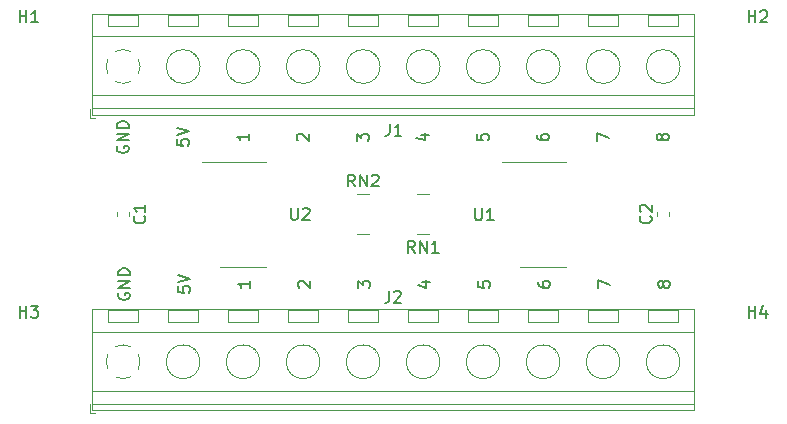
<source format=gbr>
G04 #@! TF.GenerationSoftware,KiCad,Pcbnew,(5.1.5)-3*
G04 #@! TF.CreationDate,2020-08-30T12:24:17-07:00*
G04 #@! TF.ProjectId,comparator,636f6d70-6172-4617-946f-722e6b696361,rev?*
G04 #@! TF.SameCoordinates,Original*
G04 #@! TF.FileFunction,Legend,Top*
G04 #@! TF.FilePolarity,Positive*
%FSLAX46Y46*%
G04 Gerber Fmt 4.6, Leading zero omitted, Abs format (unit mm)*
G04 Created by KiCad (PCBNEW (5.1.5)-3) date 2020-08-30 12:24:17*
%MOMM*%
%LPD*%
G04 APERTURE LIST*
%ADD10C,0.120000*%
%ADD11C,0.150000*%
G04 APERTURE END LIST*
D10*
X100510000Y-112337221D02*
X100510000Y-112662779D01*
X99490000Y-112337221D02*
X99490000Y-112662779D01*
X146230000Y-112662779D02*
X146230000Y-112337221D01*
X145210000Y-112662779D02*
X145210000Y-112337221D01*
X100626871Y-101285275D02*
G75*
G02X100000000Y-101430000I-626871J1285275D01*
G01*
X101285824Y-99372638D02*
G75*
G02X101286000Y-100627000I-1285824J-627362D01*
G01*
X99372638Y-98714176D02*
G75*
G02X100627000Y-98714000I627362J-1285824D01*
G01*
X98713389Y-100626746D02*
G75*
G02X98714000Y-99372000I1286611J626746D01*
G01*
X100024280Y-101430940D02*
G75*
G02X99372000Y-101286000I-24280J1430940D01*
G01*
X106510000Y-100000000D02*
G75*
G03X106510000Y-100000000I-1430000J0D01*
G01*
X111590000Y-100000000D02*
G75*
G03X111590000Y-100000000I-1430000J0D01*
G01*
X116670000Y-100000000D02*
G75*
G03X116670000Y-100000000I-1430000J0D01*
G01*
X121750000Y-100000000D02*
G75*
G03X121750000Y-100000000I-1430000J0D01*
G01*
X126830000Y-100000000D02*
G75*
G03X126830000Y-100000000I-1430000J0D01*
G01*
X131910000Y-100000000D02*
G75*
G03X131910000Y-100000000I-1430000J0D01*
G01*
X136990000Y-100000000D02*
G75*
G03X136990000Y-100000000I-1430000J0D01*
G01*
X142070000Y-100000000D02*
G75*
G03X142070000Y-100000000I-1430000J0D01*
G01*
X147150000Y-100000000D02*
G75*
G03X147150000Y-100000000I-1430000J0D01*
G01*
X97400000Y-103550000D02*
X148320000Y-103550000D01*
X97400000Y-102450000D02*
X148320000Y-102450000D01*
X97400000Y-97450000D02*
X148320000Y-97450000D01*
X97400000Y-95540000D02*
X148320000Y-95540000D01*
X97400000Y-104110000D02*
X148320000Y-104110000D01*
X97400000Y-95540000D02*
X97400000Y-104110000D01*
X148320000Y-95540000D02*
X148320000Y-104110000D01*
X98750000Y-95600000D02*
X101250000Y-95600000D01*
X98750000Y-96600000D02*
X101250000Y-96600000D01*
X98750000Y-95600000D02*
X98750000Y-96600000D01*
X101250000Y-95600000D02*
X101250000Y-96600000D01*
X106165000Y-99090000D02*
X106105000Y-99149000D01*
X104210000Y-101045000D02*
X104170000Y-101085000D01*
X105991000Y-98915000D02*
X105951000Y-98955000D01*
X104056000Y-100850000D02*
X103996000Y-100910000D01*
X103830000Y-95600000D02*
X106330000Y-95600000D01*
X103830000Y-96600000D02*
X106330000Y-96600000D01*
X103830000Y-95600000D02*
X103830000Y-96600000D01*
X106330000Y-95600000D02*
X106330000Y-96600000D01*
X111245000Y-99090000D02*
X111185000Y-99149000D01*
X109290000Y-101045000D02*
X109250000Y-101085000D01*
X111071000Y-98915000D02*
X111031000Y-98955000D01*
X109136000Y-100850000D02*
X109076000Y-100910000D01*
X108910000Y-95600000D02*
X111410000Y-95600000D01*
X108910000Y-96600000D02*
X111410000Y-96600000D01*
X108910000Y-95600000D02*
X108910000Y-96600000D01*
X111410000Y-95600000D02*
X111410000Y-96600000D01*
X116325000Y-99090000D02*
X116265000Y-99149000D01*
X114370000Y-101045000D02*
X114330000Y-101085000D01*
X116151000Y-98915000D02*
X116111000Y-98955000D01*
X114216000Y-100850000D02*
X114156000Y-100910000D01*
X113990000Y-95600000D02*
X116490000Y-95600000D01*
X113990000Y-96600000D02*
X116490000Y-96600000D01*
X113990000Y-95600000D02*
X113990000Y-96600000D01*
X116490000Y-95600000D02*
X116490000Y-96600000D01*
X121405000Y-99090000D02*
X121345000Y-99149000D01*
X119450000Y-101045000D02*
X119410000Y-101085000D01*
X121231000Y-98915000D02*
X121191000Y-98955000D01*
X119296000Y-100850000D02*
X119236000Y-100910000D01*
X119070000Y-95600000D02*
X121570000Y-95600000D01*
X119070000Y-96600000D02*
X121570000Y-96600000D01*
X119070000Y-95600000D02*
X119070000Y-96600000D01*
X121570000Y-95600000D02*
X121570000Y-96600000D01*
X126485000Y-99090000D02*
X126425000Y-99149000D01*
X124530000Y-101045000D02*
X124490000Y-101085000D01*
X126311000Y-98915000D02*
X126271000Y-98955000D01*
X124376000Y-100850000D02*
X124316000Y-100910000D01*
X124150000Y-95600000D02*
X126650000Y-95600000D01*
X124150000Y-96600000D02*
X126650000Y-96600000D01*
X124150000Y-95600000D02*
X124150000Y-96600000D01*
X126650000Y-95600000D02*
X126650000Y-96600000D01*
X131565000Y-99090000D02*
X131505000Y-99149000D01*
X129610000Y-101045000D02*
X129570000Y-101085000D01*
X131391000Y-98915000D02*
X131351000Y-98955000D01*
X129456000Y-100850000D02*
X129396000Y-100910000D01*
X129230000Y-95600000D02*
X131730000Y-95600000D01*
X129230000Y-96600000D02*
X131730000Y-96600000D01*
X129230000Y-95600000D02*
X129230000Y-96600000D01*
X131730000Y-95600000D02*
X131730000Y-96600000D01*
X136645000Y-99090000D02*
X136585000Y-99149000D01*
X134690000Y-101045000D02*
X134650000Y-101085000D01*
X136471000Y-98915000D02*
X136431000Y-98955000D01*
X134536000Y-100850000D02*
X134476000Y-100910000D01*
X134310000Y-95600000D02*
X136810000Y-95600000D01*
X134310000Y-96600000D02*
X136810000Y-96600000D01*
X134310000Y-95600000D02*
X134310000Y-96600000D01*
X136810000Y-95600000D02*
X136810000Y-96600000D01*
X141725000Y-99090000D02*
X141665000Y-99149000D01*
X139770000Y-101045000D02*
X139730000Y-101085000D01*
X141551000Y-98915000D02*
X141511000Y-98955000D01*
X139616000Y-100850000D02*
X139556000Y-100910000D01*
X139390000Y-95600000D02*
X141890000Y-95600000D01*
X139390000Y-96600000D02*
X141890000Y-96600000D01*
X139390000Y-95600000D02*
X139390000Y-96600000D01*
X141890000Y-95600000D02*
X141890000Y-96600000D01*
X146805000Y-99090000D02*
X146745000Y-99149000D01*
X144850000Y-101045000D02*
X144810000Y-101085000D01*
X146631000Y-98915000D02*
X146591000Y-98955000D01*
X144696000Y-100850000D02*
X144636000Y-100910000D01*
X144470000Y-95600000D02*
X146970000Y-95600000D01*
X144470000Y-96600000D02*
X146970000Y-96600000D01*
X144470000Y-95600000D02*
X144470000Y-96600000D01*
X146970000Y-95600000D02*
X146970000Y-96600000D01*
X97160000Y-103610000D02*
X97160000Y-104350000D01*
X97160000Y-104350000D02*
X97660000Y-104350000D01*
X97160000Y-129350000D02*
X97660000Y-129350000D01*
X97160000Y-128610000D02*
X97160000Y-129350000D01*
X146970000Y-120600000D02*
X146970000Y-121600000D01*
X144470000Y-120600000D02*
X144470000Y-121600000D01*
X144470000Y-121600000D02*
X146970000Y-121600000D01*
X144470000Y-120600000D02*
X146970000Y-120600000D01*
X144696000Y-125850000D02*
X144636000Y-125910000D01*
X146631000Y-123915000D02*
X146591000Y-123955000D01*
X144850000Y-126045000D02*
X144810000Y-126085000D01*
X146805000Y-124090000D02*
X146745000Y-124149000D01*
X141890000Y-120600000D02*
X141890000Y-121600000D01*
X139390000Y-120600000D02*
X139390000Y-121600000D01*
X139390000Y-121600000D02*
X141890000Y-121600000D01*
X139390000Y-120600000D02*
X141890000Y-120600000D01*
X139616000Y-125850000D02*
X139556000Y-125910000D01*
X141551000Y-123915000D02*
X141511000Y-123955000D01*
X139770000Y-126045000D02*
X139730000Y-126085000D01*
X141725000Y-124090000D02*
X141665000Y-124149000D01*
X136810000Y-120600000D02*
X136810000Y-121600000D01*
X134310000Y-120600000D02*
X134310000Y-121600000D01*
X134310000Y-121600000D02*
X136810000Y-121600000D01*
X134310000Y-120600000D02*
X136810000Y-120600000D01*
X134536000Y-125850000D02*
X134476000Y-125910000D01*
X136471000Y-123915000D02*
X136431000Y-123955000D01*
X134690000Y-126045000D02*
X134650000Y-126085000D01*
X136645000Y-124090000D02*
X136585000Y-124149000D01*
X131730000Y-120600000D02*
X131730000Y-121600000D01*
X129230000Y-120600000D02*
X129230000Y-121600000D01*
X129230000Y-121600000D02*
X131730000Y-121600000D01*
X129230000Y-120600000D02*
X131730000Y-120600000D01*
X129456000Y-125850000D02*
X129396000Y-125910000D01*
X131391000Y-123915000D02*
X131351000Y-123955000D01*
X129610000Y-126045000D02*
X129570000Y-126085000D01*
X131565000Y-124090000D02*
X131505000Y-124149000D01*
X126650000Y-120600000D02*
X126650000Y-121600000D01*
X124150000Y-120600000D02*
X124150000Y-121600000D01*
X124150000Y-121600000D02*
X126650000Y-121600000D01*
X124150000Y-120600000D02*
X126650000Y-120600000D01*
X124376000Y-125850000D02*
X124316000Y-125910000D01*
X126311000Y-123915000D02*
X126271000Y-123955000D01*
X124530000Y-126045000D02*
X124490000Y-126085000D01*
X126485000Y-124090000D02*
X126425000Y-124149000D01*
X121570000Y-120600000D02*
X121570000Y-121600000D01*
X119070000Y-120600000D02*
X119070000Y-121600000D01*
X119070000Y-121600000D02*
X121570000Y-121600000D01*
X119070000Y-120600000D02*
X121570000Y-120600000D01*
X119296000Y-125850000D02*
X119236000Y-125910000D01*
X121231000Y-123915000D02*
X121191000Y-123955000D01*
X119450000Y-126045000D02*
X119410000Y-126085000D01*
X121405000Y-124090000D02*
X121345000Y-124149000D01*
X116490000Y-120600000D02*
X116490000Y-121600000D01*
X113990000Y-120600000D02*
X113990000Y-121600000D01*
X113990000Y-121600000D02*
X116490000Y-121600000D01*
X113990000Y-120600000D02*
X116490000Y-120600000D01*
X114216000Y-125850000D02*
X114156000Y-125910000D01*
X116151000Y-123915000D02*
X116111000Y-123955000D01*
X114370000Y-126045000D02*
X114330000Y-126085000D01*
X116325000Y-124090000D02*
X116265000Y-124149000D01*
X111410000Y-120600000D02*
X111410000Y-121600000D01*
X108910000Y-120600000D02*
X108910000Y-121600000D01*
X108910000Y-121600000D02*
X111410000Y-121600000D01*
X108910000Y-120600000D02*
X111410000Y-120600000D01*
X109136000Y-125850000D02*
X109076000Y-125910000D01*
X111071000Y-123915000D02*
X111031000Y-123955000D01*
X109290000Y-126045000D02*
X109250000Y-126085000D01*
X111245000Y-124090000D02*
X111185000Y-124149000D01*
X106330000Y-120600000D02*
X106330000Y-121600000D01*
X103830000Y-120600000D02*
X103830000Y-121600000D01*
X103830000Y-121600000D02*
X106330000Y-121600000D01*
X103830000Y-120600000D02*
X106330000Y-120600000D01*
X104056000Y-125850000D02*
X103996000Y-125910000D01*
X105991000Y-123915000D02*
X105951000Y-123955000D01*
X104210000Y-126045000D02*
X104170000Y-126085000D01*
X106165000Y-124090000D02*
X106105000Y-124149000D01*
X101250000Y-120600000D02*
X101250000Y-121600000D01*
X98750000Y-120600000D02*
X98750000Y-121600000D01*
X98750000Y-121600000D02*
X101250000Y-121600000D01*
X98750000Y-120600000D02*
X101250000Y-120600000D01*
X148320000Y-120540000D02*
X148320000Y-129110000D01*
X97400000Y-120540000D02*
X97400000Y-129110000D01*
X97400000Y-129110000D02*
X148320000Y-129110000D01*
X97400000Y-120540000D02*
X148320000Y-120540000D01*
X97400000Y-122450000D02*
X148320000Y-122450000D01*
X97400000Y-127450000D02*
X148320000Y-127450000D01*
X97400000Y-128550000D02*
X148320000Y-128550000D01*
X147150000Y-125000000D02*
G75*
G03X147150000Y-125000000I-1430000J0D01*
G01*
X142070000Y-125000000D02*
G75*
G03X142070000Y-125000000I-1430000J0D01*
G01*
X136990000Y-125000000D02*
G75*
G03X136990000Y-125000000I-1430000J0D01*
G01*
X131910000Y-125000000D02*
G75*
G03X131910000Y-125000000I-1430000J0D01*
G01*
X126830000Y-125000000D02*
G75*
G03X126830000Y-125000000I-1430000J0D01*
G01*
X121750000Y-125000000D02*
G75*
G03X121750000Y-125000000I-1430000J0D01*
G01*
X116670000Y-125000000D02*
G75*
G03X116670000Y-125000000I-1430000J0D01*
G01*
X111590000Y-125000000D02*
G75*
G03X111590000Y-125000000I-1430000J0D01*
G01*
X106510000Y-125000000D02*
G75*
G03X106510000Y-125000000I-1430000J0D01*
G01*
X100024280Y-126430940D02*
G75*
G02X99372000Y-126286000I-24280J1430940D01*
G01*
X98713389Y-125626746D02*
G75*
G02X98714000Y-124372000I1286611J626746D01*
G01*
X99372638Y-123714176D02*
G75*
G02X100627000Y-123714000I627362J-1285824D01*
G01*
X101285824Y-124372638D02*
G75*
G02X101286000Y-125627000I-1285824J-627362D01*
G01*
X100626871Y-126285275D02*
G75*
G02X100000000Y-126430000I-626871J1285275D01*
G01*
X124900000Y-110820000D02*
X125900000Y-110820000D01*
X124900000Y-114180000D02*
X125900000Y-114180000D01*
X120820000Y-110820000D02*
X119820000Y-110820000D01*
X120820000Y-114180000D02*
X119820000Y-114180000D01*
X135560000Y-116935000D02*
X137510000Y-116935000D01*
X135560000Y-116935000D02*
X133610000Y-116935000D01*
X135560000Y-108065000D02*
X137510000Y-108065000D01*
X135560000Y-108065000D02*
X132110000Y-108065000D01*
X110160000Y-108065000D02*
X106710000Y-108065000D01*
X110160000Y-108065000D02*
X112110000Y-108065000D01*
X110160000Y-116935000D02*
X108210000Y-116935000D01*
X110160000Y-116935000D02*
X112110000Y-116935000D01*
D11*
X130052380Y-118186904D02*
X130052380Y-118663095D01*
X130528571Y-118710714D01*
X130480952Y-118663095D01*
X130433333Y-118567857D01*
X130433333Y-118329761D01*
X130480952Y-118234523D01*
X130528571Y-118186904D01*
X130623809Y-118139285D01*
X130861904Y-118139285D01*
X130957142Y-118186904D01*
X131004761Y-118234523D01*
X131052380Y-118329761D01*
X131052380Y-118567857D01*
X131004761Y-118663095D01*
X130957142Y-118710714D01*
X145720952Y-118520238D02*
X145673333Y-118615476D01*
X145625714Y-118663095D01*
X145530476Y-118710714D01*
X145482857Y-118710714D01*
X145387619Y-118663095D01*
X145340000Y-118615476D01*
X145292380Y-118520238D01*
X145292380Y-118329761D01*
X145340000Y-118234523D01*
X145387619Y-118186904D01*
X145482857Y-118139285D01*
X145530476Y-118139285D01*
X145625714Y-118186904D01*
X145673333Y-118234523D01*
X145720952Y-118329761D01*
X145720952Y-118520238D01*
X145768571Y-118615476D01*
X145816190Y-118663095D01*
X145911428Y-118710714D01*
X146101904Y-118710714D01*
X146197142Y-118663095D01*
X146244761Y-118615476D01*
X146292380Y-118520238D01*
X146292380Y-118329761D01*
X146244761Y-118234523D01*
X146197142Y-118186904D01*
X146101904Y-118139285D01*
X145911428Y-118139285D01*
X145816190Y-118186904D01*
X145768571Y-118234523D01*
X145720952Y-118329761D01*
X140212380Y-118758333D02*
X140212380Y-118091666D01*
X141212380Y-118520238D01*
X135132380Y-118234523D02*
X135132380Y-118425000D01*
X135180000Y-118520238D01*
X135227619Y-118567857D01*
X135370476Y-118663095D01*
X135560952Y-118710714D01*
X135941904Y-118710714D01*
X136037142Y-118663095D01*
X136084761Y-118615476D01*
X136132380Y-118520238D01*
X136132380Y-118329761D01*
X136084761Y-118234523D01*
X136037142Y-118186904D01*
X135941904Y-118139285D01*
X135703809Y-118139285D01*
X135608571Y-118186904D01*
X135560952Y-118234523D01*
X135513333Y-118329761D01*
X135513333Y-118520238D01*
X135560952Y-118615476D01*
X135608571Y-118663095D01*
X135703809Y-118710714D01*
X125305714Y-118234523D02*
X125972380Y-118234523D01*
X124924761Y-118472619D02*
X125639047Y-118710714D01*
X125639047Y-118091666D01*
X119892380Y-118758333D02*
X119892380Y-118139285D01*
X120273333Y-118472619D01*
X120273333Y-118329761D01*
X120320952Y-118234523D01*
X120368571Y-118186904D01*
X120463809Y-118139285D01*
X120701904Y-118139285D01*
X120797142Y-118186904D01*
X120844761Y-118234523D01*
X120892380Y-118329761D01*
X120892380Y-118615476D01*
X120844761Y-118710714D01*
X120797142Y-118758333D01*
X114907619Y-118710714D02*
X114860000Y-118663095D01*
X114812380Y-118567857D01*
X114812380Y-118329761D01*
X114860000Y-118234523D01*
X114907619Y-118186904D01*
X115002857Y-118139285D01*
X115098095Y-118139285D01*
X115240952Y-118186904D01*
X115812380Y-118758333D01*
X115812380Y-118139285D01*
X110732380Y-118139285D02*
X110732380Y-118710714D01*
X110732380Y-118425000D02*
X109732380Y-118425000D01*
X109875238Y-118520238D01*
X109970476Y-118615476D01*
X110018095Y-118710714D01*
X104652380Y-118615476D02*
X104652380Y-119091666D01*
X105128571Y-119139285D01*
X105080952Y-119091666D01*
X105033333Y-118996428D01*
X105033333Y-118758333D01*
X105080952Y-118663095D01*
X105128571Y-118615476D01*
X105223809Y-118567857D01*
X105461904Y-118567857D01*
X105557142Y-118615476D01*
X105604761Y-118663095D01*
X105652380Y-118758333D01*
X105652380Y-118996428D01*
X105604761Y-119091666D01*
X105557142Y-119139285D01*
X104652380Y-118282142D02*
X105652380Y-117948809D01*
X104652380Y-117615476D01*
X99620000Y-119186904D02*
X99572380Y-119282142D01*
X99572380Y-119425000D01*
X99620000Y-119567857D01*
X99715238Y-119663095D01*
X99810476Y-119710714D01*
X100000952Y-119758333D01*
X100143809Y-119758333D01*
X100334285Y-119710714D01*
X100429523Y-119663095D01*
X100524761Y-119567857D01*
X100572380Y-119425000D01*
X100572380Y-119329761D01*
X100524761Y-119186904D01*
X100477142Y-119139285D01*
X100143809Y-119139285D01*
X100143809Y-119329761D01*
X100572380Y-118710714D02*
X99572380Y-118710714D01*
X100572380Y-118139285D01*
X99572380Y-118139285D01*
X100572380Y-117663095D02*
X99572380Y-117663095D01*
X99572380Y-117425000D01*
X99620000Y-117282142D01*
X99715238Y-117186904D01*
X99810476Y-117139285D01*
X100000952Y-117091666D01*
X100143809Y-117091666D01*
X100334285Y-117139285D01*
X100429523Y-117186904D01*
X100524761Y-117282142D01*
X100572380Y-117425000D01*
X100572380Y-117663095D01*
X129952380Y-105736904D02*
X129952380Y-106213095D01*
X130428571Y-106260714D01*
X130380952Y-106213095D01*
X130333333Y-106117857D01*
X130333333Y-105879761D01*
X130380952Y-105784523D01*
X130428571Y-105736904D01*
X130523809Y-105689285D01*
X130761904Y-105689285D01*
X130857142Y-105736904D01*
X130904761Y-105784523D01*
X130952380Y-105879761D01*
X130952380Y-106117857D01*
X130904761Y-106213095D01*
X130857142Y-106260714D01*
X145620952Y-106070238D02*
X145573333Y-106165476D01*
X145525714Y-106213095D01*
X145430476Y-106260714D01*
X145382857Y-106260714D01*
X145287619Y-106213095D01*
X145240000Y-106165476D01*
X145192380Y-106070238D01*
X145192380Y-105879761D01*
X145240000Y-105784523D01*
X145287619Y-105736904D01*
X145382857Y-105689285D01*
X145430476Y-105689285D01*
X145525714Y-105736904D01*
X145573333Y-105784523D01*
X145620952Y-105879761D01*
X145620952Y-106070238D01*
X145668571Y-106165476D01*
X145716190Y-106213095D01*
X145811428Y-106260714D01*
X146001904Y-106260714D01*
X146097142Y-106213095D01*
X146144761Y-106165476D01*
X146192380Y-106070238D01*
X146192380Y-105879761D01*
X146144761Y-105784523D01*
X146097142Y-105736904D01*
X146001904Y-105689285D01*
X145811428Y-105689285D01*
X145716190Y-105736904D01*
X145668571Y-105784523D01*
X145620952Y-105879761D01*
X140112380Y-106308333D02*
X140112380Y-105641666D01*
X141112380Y-106070238D01*
X135032380Y-105784523D02*
X135032380Y-105975000D01*
X135080000Y-106070238D01*
X135127619Y-106117857D01*
X135270476Y-106213095D01*
X135460952Y-106260714D01*
X135841904Y-106260714D01*
X135937142Y-106213095D01*
X135984761Y-106165476D01*
X136032380Y-106070238D01*
X136032380Y-105879761D01*
X135984761Y-105784523D01*
X135937142Y-105736904D01*
X135841904Y-105689285D01*
X135603809Y-105689285D01*
X135508571Y-105736904D01*
X135460952Y-105784523D01*
X135413333Y-105879761D01*
X135413333Y-106070238D01*
X135460952Y-106165476D01*
X135508571Y-106213095D01*
X135603809Y-106260714D01*
X125205714Y-105784523D02*
X125872380Y-105784523D01*
X124824761Y-106022619D02*
X125539047Y-106260714D01*
X125539047Y-105641666D01*
X119792380Y-106308333D02*
X119792380Y-105689285D01*
X120173333Y-106022619D01*
X120173333Y-105879761D01*
X120220952Y-105784523D01*
X120268571Y-105736904D01*
X120363809Y-105689285D01*
X120601904Y-105689285D01*
X120697142Y-105736904D01*
X120744761Y-105784523D01*
X120792380Y-105879761D01*
X120792380Y-106165476D01*
X120744761Y-106260714D01*
X120697142Y-106308333D01*
X114807619Y-106260714D02*
X114760000Y-106213095D01*
X114712380Y-106117857D01*
X114712380Y-105879761D01*
X114760000Y-105784523D01*
X114807619Y-105736904D01*
X114902857Y-105689285D01*
X114998095Y-105689285D01*
X115140952Y-105736904D01*
X115712380Y-106308333D01*
X115712380Y-105689285D01*
X110632380Y-105689285D02*
X110632380Y-106260714D01*
X110632380Y-105975000D02*
X109632380Y-105975000D01*
X109775238Y-106070238D01*
X109870476Y-106165476D01*
X109918095Y-106260714D01*
X104552380Y-106165476D02*
X104552380Y-106641666D01*
X105028571Y-106689285D01*
X104980952Y-106641666D01*
X104933333Y-106546428D01*
X104933333Y-106308333D01*
X104980952Y-106213095D01*
X105028571Y-106165476D01*
X105123809Y-106117857D01*
X105361904Y-106117857D01*
X105457142Y-106165476D01*
X105504761Y-106213095D01*
X105552380Y-106308333D01*
X105552380Y-106546428D01*
X105504761Y-106641666D01*
X105457142Y-106689285D01*
X104552380Y-105832142D02*
X105552380Y-105498809D01*
X104552380Y-105165476D01*
X99520000Y-106736904D02*
X99472380Y-106832142D01*
X99472380Y-106975000D01*
X99520000Y-107117857D01*
X99615238Y-107213095D01*
X99710476Y-107260714D01*
X99900952Y-107308333D01*
X100043809Y-107308333D01*
X100234285Y-107260714D01*
X100329523Y-107213095D01*
X100424761Y-107117857D01*
X100472380Y-106975000D01*
X100472380Y-106879761D01*
X100424761Y-106736904D01*
X100377142Y-106689285D01*
X100043809Y-106689285D01*
X100043809Y-106879761D01*
X100472380Y-106260714D02*
X99472380Y-106260714D01*
X100472380Y-105689285D01*
X99472380Y-105689285D01*
X100472380Y-105213095D02*
X99472380Y-105213095D01*
X99472380Y-104975000D01*
X99520000Y-104832142D01*
X99615238Y-104736904D01*
X99710476Y-104689285D01*
X99900952Y-104641666D01*
X100043809Y-104641666D01*
X100234285Y-104689285D01*
X100329523Y-104736904D01*
X100424761Y-104832142D01*
X100472380Y-104975000D01*
X100472380Y-105213095D01*
X152958095Y-121252380D02*
X152958095Y-120252380D01*
X152958095Y-120728571D02*
X153529523Y-120728571D01*
X153529523Y-121252380D02*
X153529523Y-120252380D01*
X154434285Y-120585714D02*
X154434285Y-121252380D01*
X154196190Y-120204761D02*
X153958095Y-120919047D01*
X154577142Y-120919047D01*
X91238095Y-121252380D02*
X91238095Y-120252380D01*
X91238095Y-120728571D02*
X91809523Y-120728571D01*
X91809523Y-121252380D02*
X91809523Y-120252380D01*
X92190476Y-120252380D02*
X92809523Y-120252380D01*
X92476190Y-120633333D01*
X92619047Y-120633333D01*
X92714285Y-120680952D01*
X92761904Y-120728571D01*
X92809523Y-120823809D01*
X92809523Y-121061904D01*
X92761904Y-121157142D01*
X92714285Y-121204761D01*
X92619047Y-121252380D01*
X92333333Y-121252380D01*
X92238095Y-121204761D01*
X92190476Y-121157142D01*
X152958095Y-96252380D02*
X152958095Y-95252380D01*
X152958095Y-95728571D02*
X153529523Y-95728571D01*
X153529523Y-96252380D02*
X153529523Y-95252380D01*
X153958095Y-95347619D02*
X154005714Y-95300000D01*
X154100952Y-95252380D01*
X154339047Y-95252380D01*
X154434285Y-95300000D01*
X154481904Y-95347619D01*
X154529523Y-95442857D01*
X154529523Y-95538095D01*
X154481904Y-95680952D01*
X153910476Y-96252380D01*
X154529523Y-96252380D01*
X91238095Y-96252380D02*
X91238095Y-95252380D01*
X91238095Y-95728571D02*
X91809523Y-95728571D01*
X91809523Y-96252380D02*
X91809523Y-95252380D01*
X92809523Y-96252380D02*
X92238095Y-96252380D01*
X92523809Y-96252380D02*
X92523809Y-95252380D01*
X92428571Y-95395238D01*
X92333333Y-95490476D01*
X92238095Y-95538095D01*
X101787142Y-112666666D02*
X101834761Y-112714285D01*
X101882380Y-112857142D01*
X101882380Y-112952380D01*
X101834761Y-113095238D01*
X101739523Y-113190476D01*
X101644285Y-113238095D01*
X101453809Y-113285714D01*
X101310952Y-113285714D01*
X101120476Y-113238095D01*
X101025238Y-113190476D01*
X100930000Y-113095238D01*
X100882380Y-112952380D01*
X100882380Y-112857142D01*
X100930000Y-112714285D01*
X100977619Y-112666666D01*
X101882380Y-111714285D02*
X101882380Y-112285714D01*
X101882380Y-112000000D02*
X100882380Y-112000000D01*
X101025238Y-112095238D01*
X101120476Y-112190476D01*
X101168095Y-112285714D01*
X144647142Y-112666666D02*
X144694761Y-112714285D01*
X144742380Y-112857142D01*
X144742380Y-112952380D01*
X144694761Y-113095238D01*
X144599523Y-113190476D01*
X144504285Y-113238095D01*
X144313809Y-113285714D01*
X144170952Y-113285714D01*
X143980476Y-113238095D01*
X143885238Y-113190476D01*
X143790000Y-113095238D01*
X143742380Y-112952380D01*
X143742380Y-112857142D01*
X143790000Y-112714285D01*
X143837619Y-112666666D01*
X143837619Y-112285714D02*
X143790000Y-112238095D01*
X143742380Y-112142857D01*
X143742380Y-111904761D01*
X143790000Y-111809523D01*
X143837619Y-111761904D01*
X143932857Y-111714285D01*
X144028095Y-111714285D01*
X144170952Y-111761904D01*
X144742380Y-112333333D01*
X144742380Y-111714285D01*
X122566666Y-104852380D02*
X122566666Y-105566666D01*
X122519047Y-105709523D01*
X122423809Y-105804761D01*
X122280952Y-105852380D01*
X122185714Y-105852380D01*
X123566666Y-105852380D02*
X122995238Y-105852380D01*
X123280952Y-105852380D02*
X123280952Y-104852380D01*
X123185714Y-104995238D01*
X123090476Y-105090476D01*
X122995238Y-105138095D01*
X122526666Y-118992380D02*
X122526666Y-119706666D01*
X122479047Y-119849523D01*
X122383809Y-119944761D01*
X122240952Y-119992380D01*
X122145714Y-119992380D01*
X122955238Y-119087619D02*
X123002857Y-119040000D01*
X123098095Y-118992380D01*
X123336190Y-118992380D01*
X123431428Y-119040000D01*
X123479047Y-119087619D01*
X123526666Y-119182857D01*
X123526666Y-119278095D01*
X123479047Y-119420952D01*
X122907619Y-119992380D01*
X123526666Y-119992380D01*
X124709523Y-115752380D02*
X124376190Y-115276190D01*
X124138095Y-115752380D02*
X124138095Y-114752380D01*
X124519047Y-114752380D01*
X124614285Y-114800000D01*
X124661904Y-114847619D01*
X124709523Y-114942857D01*
X124709523Y-115085714D01*
X124661904Y-115180952D01*
X124614285Y-115228571D01*
X124519047Y-115276190D01*
X124138095Y-115276190D01*
X125138095Y-115752380D02*
X125138095Y-114752380D01*
X125709523Y-115752380D01*
X125709523Y-114752380D01*
X126709523Y-115752380D02*
X126138095Y-115752380D01*
X126423809Y-115752380D02*
X126423809Y-114752380D01*
X126328571Y-114895238D01*
X126233333Y-114990476D01*
X126138095Y-115038095D01*
X119629523Y-110152380D02*
X119296190Y-109676190D01*
X119058095Y-110152380D02*
X119058095Y-109152380D01*
X119439047Y-109152380D01*
X119534285Y-109200000D01*
X119581904Y-109247619D01*
X119629523Y-109342857D01*
X119629523Y-109485714D01*
X119581904Y-109580952D01*
X119534285Y-109628571D01*
X119439047Y-109676190D01*
X119058095Y-109676190D01*
X120058095Y-110152380D02*
X120058095Y-109152380D01*
X120629523Y-110152380D01*
X120629523Y-109152380D01*
X121058095Y-109247619D02*
X121105714Y-109200000D01*
X121200952Y-109152380D01*
X121439047Y-109152380D01*
X121534285Y-109200000D01*
X121581904Y-109247619D01*
X121629523Y-109342857D01*
X121629523Y-109438095D01*
X121581904Y-109580952D01*
X121010476Y-110152380D01*
X121629523Y-110152380D01*
X129788095Y-112002380D02*
X129788095Y-112811904D01*
X129835714Y-112907142D01*
X129883333Y-112954761D01*
X129978571Y-113002380D01*
X130169047Y-113002380D01*
X130264285Y-112954761D01*
X130311904Y-112907142D01*
X130359523Y-112811904D01*
X130359523Y-112002380D01*
X131359523Y-113002380D02*
X130788095Y-113002380D01*
X131073809Y-113002380D02*
X131073809Y-112002380D01*
X130978571Y-112145238D01*
X130883333Y-112240476D01*
X130788095Y-112288095D01*
X114213095Y-111977380D02*
X114213095Y-112786904D01*
X114260714Y-112882142D01*
X114308333Y-112929761D01*
X114403571Y-112977380D01*
X114594047Y-112977380D01*
X114689285Y-112929761D01*
X114736904Y-112882142D01*
X114784523Y-112786904D01*
X114784523Y-111977380D01*
X115213095Y-112072619D02*
X115260714Y-112025000D01*
X115355952Y-111977380D01*
X115594047Y-111977380D01*
X115689285Y-112025000D01*
X115736904Y-112072619D01*
X115784523Y-112167857D01*
X115784523Y-112263095D01*
X115736904Y-112405952D01*
X115165476Y-112977380D01*
X115784523Y-112977380D01*
M02*

</source>
